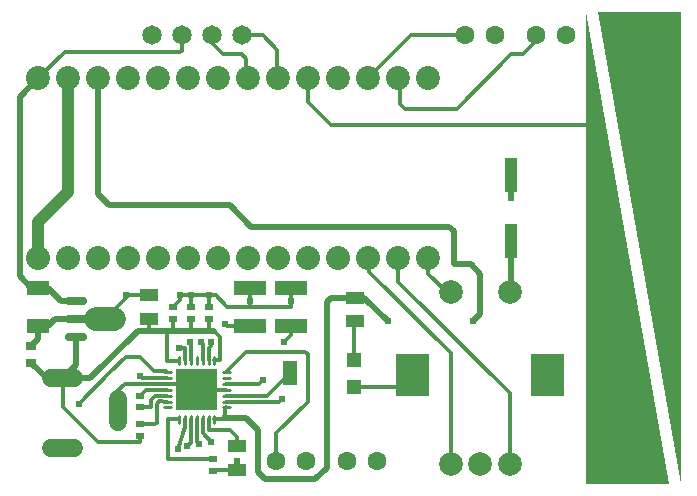
<source format=gtl>
G04 Layer: TopLayer*
G04 EasyEDA v6.4.25, 2021-11-25T17:10:39+00:00*
G04 af4d78e2c0a6465aa0e43a92e4f8f8c3,fa2b77c0ec1047208735ea1b46d97466,10*
G04 Gerber Generator version 0.2*
G04 Scale: 100 percent, Rotated: No, Reflected: No *
G04 Dimensions in millimeters *
G04 leading zeros omitted , absolute positions ,4 integer and 5 decimal *
%FSLAX45Y45*%
%MOMM*%

%ADD11C,1.0000*%
%ADD12C,0.5000*%
%ADD13C,0.3000*%
%ADD14C,2.0000*%
%ADD15C,0.7000*%
%ADD16C,0.2800*%
%ADD17C,0.6096*%
%ADD18R,1.0000X3.0000*%
%ADD19R,0.9000X0.8000*%
%ADD20R,1.5500X1.0000*%
%ADD21R,1.3005X1.3005*%
%ADD22R,1.3005X1.9990*%
%ADD23R,0.8000X0.5000*%
%ADD24C,1.5240*%
%ADD26R,2.7000X1.2000*%
%ADD27R,1.9000X1.2000*%
%ADD28C,1.6000*%
%ADD29C,2.0320*%
%ADD30C,2.0300*%
%ADD32C,1.6500*%
%ADD33C,1.5000*%

%LPD*%
G36*
X4999990Y4100017D02*
G01*
X5700014Y100025D01*
X5700014Y4100017D01*
G37*
G36*
X4900015Y4100017D02*
G01*
X4900015Y100025D01*
X5599988Y100025D01*
G37*
D11*
X511047Y3534918D02*
G01*
X511047Y2570987D01*
X257047Y2316987D01*
X257047Y2010918D01*
D12*
X4260001Y2159990D02*
G01*
X4260001Y1735114D01*
X4249927Y1725040D01*
X4260011Y2520010D02*
G01*
X4260011Y2720002D01*
X4260006Y2720007D01*
D13*
X1750060Y1150112D02*
G01*
X1800097Y1150112D01*
X1800097Y1350010D01*
X1750060Y1400047D01*
X1350010Y1050036D02*
G01*
X1340104Y1059942D01*
X1240028Y1059942D01*
X1119886Y1180084D01*
X999997Y1180084D01*
X868934Y1049020D01*
X868934Y1049020D02*
G01*
X599998Y780087D01*
X599998Y780008D01*
X2400045Y1599945D02*
G01*
X2400045Y1649984D01*
X1460002Y1700001D02*
G01*
X1549999Y1699999D01*
X2543047Y3534918D02*
G01*
X2543047Y3337052D01*
X2740152Y3139947D01*
X4979924Y3139947D01*
X4979924Y3040126D01*
D12*
X260095Y1759965D02*
G01*
X199897Y1759965D01*
X100076Y1860042D01*
X100076Y3377945D01*
X257047Y3534918D01*
D13*
X2050034Y1649984D02*
G01*
X2048509Y1599945D01*
X1700021Y1700021D02*
G01*
X1759965Y1700021D01*
X1860042Y1599945D01*
X2400045Y1599945D01*
X1549999Y1699999D02*
G01*
X1699999Y1699999D01*
X2940001Y1480002D02*
G01*
X2934322Y1474322D01*
X2934322Y1154300D01*
X3430023Y1025019D02*
G01*
X3330704Y925700D01*
X2934322Y925700D01*
X257047Y3534918D02*
G01*
X482092Y3759962D01*
X1459999Y3760002D01*
X1472945Y3767073D01*
X1472945Y3900170D01*
X2034997Y3534994D02*
G01*
X2020001Y3549990D01*
X2020001Y3700002D01*
X1980001Y3740002D01*
X1820001Y3740002D01*
X1726996Y3833007D01*
X1726996Y3900119D01*
X2288997Y3534994D02*
G01*
X2280000Y3543990D01*
X2280000Y3780002D01*
X2159883Y3900119D01*
X1980996Y3900119D01*
X5400040Y3839971D02*
G01*
X5400040Y3999992D01*
X3304997Y3534994D02*
G01*
X3320000Y3519990D01*
X3320000Y3320000D01*
X3360000Y3280001D01*
X3800002Y3280001D01*
X4260004Y3740002D01*
X4360001Y3740002D01*
X4472990Y3852992D01*
X4472990Y3899992D01*
X3050997Y3534994D02*
G01*
X3415995Y3899992D01*
X3872991Y3899992D01*
X3559047Y2010918D02*
G01*
X3559047Y1881123D01*
X3715004Y1725168D01*
X3750056Y1725168D01*
X3051047Y2010918D02*
G01*
X3059938Y2002028D01*
X3059938Y1899920D01*
X3750056Y1210055D01*
X3750056Y275081D01*
X3304997Y2010994D02*
G01*
X3304997Y1815005D01*
X4249935Y870066D01*
X4249935Y274957D01*
X1939998Y219986D02*
G01*
X1940001Y219989D01*
X1940001Y299999D01*
X1739999Y210009D02*
G01*
X1749978Y219989D01*
X1940001Y219989D01*
X1499870Y649986D02*
G01*
X1500002Y580001D01*
X1439926Y400050D01*
X1850003Y799937D02*
G01*
X2299936Y799937D01*
X2320000Y820000D01*
X1850003Y950051D02*
G01*
X2130051Y950051D01*
X2160000Y980000D01*
X1850003Y1050127D02*
G01*
X2019876Y1220000D01*
X2520002Y1220000D01*
X2540002Y1200000D01*
X2540002Y800000D01*
X2272992Y532991D01*
X2272992Y299996D01*
X1850003Y849975D02*
G01*
X2195657Y849975D01*
X2385682Y1040000D01*
X1880107Y560070D02*
G01*
X1940001Y500179D01*
X1940001Y419988D01*
X1650029Y650001D02*
G01*
X1650029Y529970D01*
X1720001Y459999D01*
X1700021Y649986D02*
G01*
X1701292Y560070D01*
X1880107Y560070D01*
X1449834Y649988D02*
G01*
X1359915Y649988D01*
X1359915Y310006D01*
X1740001Y310006D01*
X1599989Y650001D02*
G01*
X1599989Y460027D01*
X1620012Y440004D01*
X1549951Y650001D02*
G01*
X1549951Y449927D01*
X1520012Y419988D01*
X1119886Y510031D02*
G01*
X1119886Y459994D01*
X759968Y459994D01*
X465073Y754887D01*
X465073Y994918D01*
X1279905Y800100D02*
G01*
X1260000Y780194D01*
X1260000Y620001D01*
X1250000Y610001D01*
X1120000Y610001D01*
X1350010Y849884D02*
G01*
X1249934Y849884D01*
X1210055Y810005D01*
X1210055Y750062D01*
X1119886Y750062D01*
X1350010Y799845D02*
G01*
X1279905Y800100D01*
X1350004Y900013D02*
G01*
X1170012Y900013D01*
X1120000Y850000D01*
X1329944Y799845D02*
G01*
X1350010Y799845D01*
X1350004Y950051D02*
G01*
X1549953Y950051D01*
X1599991Y900013D01*
X1350007Y1000086D02*
G01*
X1139913Y1000086D01*
X1120012Y1019987D01*
X1849120Y899668D02*
G01*
X1599945Y899921D01*
X1840001Y1459999D02*
G01*
X1860011Y1439989D01*
X2050006Y1439989D01*
X2340000Y1299999D02*
G01*
X2400000Y1359999D01*
X2400000Y1440004D01*
X1549951Y1150000D02*
G01*
X1549951Y1290048D01*
X1540002Y1299997D01*
X1650032Y1150000D02*
G01*
X1650032Y1289966D01*
X1640001Y1299997D01*
X1700019Y1249934D02*
G01*
X1720011Y1269923D01*
X1720011Y1299997D01*
X1350004Y950051D02*
G01*
X990051Y950051D01*
X935014Y895014D01*
X935014Y724989D01*
X1700021Y1150112D02*
G01*
X1700021Y1249934D01*
X1499870Y1150112D02*
G01*
X1499870Y1249934D01*
X1450086Y1249934D01*
X824969Y1499999D02*
G01*
X1000000Y1675030D01*
X1000000Y1699999D01*
X1200000Y1699999D02*
G01*
X1000000Y1699999D01*
X2400000Y1759993D02*
G01*
X2400000Y1649999D01*
X2050034Y1759965D02*
G01*
X2050034Y1649984D01*
X1699999Y1599999D02*
G01*
X1699999Y1699999D01*
X1549999Y1599986D02*
G01*
X1549999Y1699999D01*
X1400002Y1600001D02*
G01*
X1459992Y1659991D01*
X1459992Y1699996D01*
X1449831Y1150112D02*
G01*
X1439926Y1139952D01*
X1349502Y1140460D01*
X1349502Y1400047D01*
X1200000Y1499999D02*
G01*
X1200000Y1399999D01*
X1699999Y1499999D02*
G01*
X1699999Y1399999D01*
X1549999Y1499986D02*
G01*
X1549999Y1399999D01*
X1399999Y1499999D02*
G01*
X1399999Y1399999D01*
D12*
X1750105Y1399999D02*
G01*
X1449877Y1399999D01*
X1449877Y1399999D02*
G01*
X1100000Y1399999D01*
X694992Y994991D01*
X465013Y994991D01*
X575035Y1650113D02*
G01*
X449882Y1650113D01*
X339979Y1760016D01*
X259994Y1760016D01*
X199999Y1269987D02*
G01*
X259994Y1329982D01*
X259994Y1440002D01*
X584939Y1500002D02*
G01*
X399999Y1500002D01*
X340001Y1440002D01*
X259994Y1440002D01*
X465013Y994991D02*
G01*
X575033Y1105011D01*
X575033Y1349885D01*
X199999Y1130010D02*
G01*
X335018Y994991D01*
X465013Y994991D01*
X764997Y3534994D02*
G01*
X764997Y2555003D01*
X860000Y2460000D01*
X1880001Y2460000D01*
X2060000Y2280000D01*
X3740002Y2280000D01*
X3219958Y1480057D02*
G01*
X3020059Y1679955D01*
X2940050Y1679955D01*
X3739895Y2279904D02*
G01*
X3780027Y2240026D01*
X3780027Y1960118D01*
X3919981Y1960118D01*
X3999991Y1880107D01*
X3999991Y1540002D01*
X3940047Y1480057D01*
D13*
X1850001Y749901D02*
G01*
X1840001Y739902D01*
X1840001Y659993D01*
X1849993Y650001D01*
X1850001Y650001D01*
X1750108Y650001D01*
D12*
X2939999Y1680001D02*
G01*
X2739999Y1680001D01*
X2700002Y1640004D01*
X2700002Y239996D01*
X2600002Y139997D01*
X2179998Y139997D01*
X2120005Y199994D01*
X2120005Y560003D01*
X2020016Y659993D01*
X1840001Y659993D01*
D14*
X749968Y1499996D02*
G01*
X899967Y1499996D01*
D15*
X514936Y1499996D02*
G01*
X654936Y1499996D01*
X515030Y1349882D02*
G01*
X635030Y1349882D01*
X515030Y1650111D02*
G01*
X635030Y1650111D01*
D16*
X1449882Y1181008D02*
G01*
X1449882Y1119009D01*
X1499920Y1181008D02*
G01*
X1499920Y1119009D01*
X1549958Y1181008D02*
G01*
X1549958Y1119009D01*
X1599996Y1181008D02*
G01*
X1599996Y1119009D01*
X1650034Y1181008D02*
G01*
X1650034Y1119009D01*
X1700072Y1181008D02*
G01*
X1700072Y1119009D01*
X1750110Y1181008D02*
G01*
X1750110Y1119009D01*
X1819010Y1050137D02*
G01*
X1881009Y1050137D01*
X1819010Y1000099D02*
G01*
X1881009Y1000099D01*
X1819010Y950061D02*
G01*
X1881009Y950061D01*
X1819010Y900023D02*
G01*
X1881009Y900023D01*
X1819010Y849985D02*
G01*
X1881009Y849985D01*
X1819010Y799947D02*
G01*
X1881009Y799947D01*
X1819010Y749909D02*
G01*
X1881009Y749909D01*
X1750110Y681009D02*
G01*
X1750110Y619010D01*
X1700072Y681009D02*
G01*
X1700072Y619010D01*
X1650034Y681009D02*
G01*
X1650034Y619010D01*
X1599996Y681009D02*
G01*
X1599996Y619010D01*
X1549958Y681009D02*
G01*
X1549958Y619010D01*
X1499920Y681009D02*
G01*
X1499920Y619010D01*
X1449882Y681009D02*
G01*
X1449882Y619010D01*
X1319011Y749909D02*
G01*
X1381010Y749909D01*
X1319011Y799947D02*
G01*
X1381010Y799947D01*
X1319011Y849985D02*
G01*
X1381010Y849985D01*
X1319011Y900023D02*
G01*
X1381010Y900023D01*
X1319011Y950061D02*
G01*
X1381010Y950061D01*
X1319011Y1000099D02*
G01*
X1381010Y1000099D01*
X1319011Y1050137D02*
G01*
X1381010Y1050137D01*
D18*
G01*
X4260011Y2720009D03*
G01*
X4260011Y2159990D03*
D19*
G01*
X199999Y1270000D03*
G01*
X199999Y1129995D03*
D20*
G01*
X1940001Y419988D03*
G01*
X1940001Y219989D03*
D21*
G01*
X2934309Y1154303D03*
G01*
X2934309Y925703D03*
D22*
G01*
X2385669Y1040003D03*
D20*
G01*
X2939999Y1680006D03*
G01*
X2939999Y1480007D03*
D23*
G01*
X1740001Y210007D03*
G01*
X1740001Y310006D03*
D24*
G01*
X5200015Y199999D03*
G01*
X5400014Y3999992D03*
G36*
X1424993Y1075021D02*
G01*
X1774995Y1075021D01*
X1774995Y725020D01*
X1424993Y725020D01*
G37*
D23*
G01*
X1549984Y1599996D03*
G01*
X1549984Y1499996D03*
D26*
G01*
X2399995Y1760016D03*
G01*
X2399995Y1440002D03*
G01*
X2050008Y1760016D03*
G01*
X2050008Y1440002D03*
D20*
G01*
X1199997Y1699996D03*
G01*
X1199997Y1499996D03*
D27*
G01*
X259994Y1440002D03*
G01*
X259994Y1760016D03*
D23*
G01*
X1120012Y510006D03*
G01*
X1120012Y610006D03*
G01*
X1120012Y750011D03*
G01*
X1120012Y850011D03*
G01*
X1399997Y1599996D03*
G01*
X1399997Y1499996D03*
G01*
X1699996Y1599996D03*
G01*
X1699996Y1499996D03*
D28*
G01*
X2872993Y299973D03*
G01*
X3126993Y299973D03*
G01*
X2273045Y299973D03*
G01*
X2527045Y299973D03*
G01*
X4472940Y3899915D03*
G01*
X4726940Y3899915D03*
G01*
X3872991Y3899915D03*
G01*
X4126991Y3899915D03*
D29*
G01*
X257047Y2010918D03*
G01*
X511047Y2010918D03*
G01*
X765047Y2010918D03*
G01*
X1019047Y2010918D03*
G01*
X1273047Y2010918D03*
G01*
X1527047Y2010918D03*
G01*
X1781047Y2010918D03*
G01*
X2035047Y2010918D03*
G01*
X2289047Y2010918D03*
G01*
X2543047Y2010918D03*
G01*
X2797047Y2010918D03*
G01*
X3051047Y2010918D03*
D30*
G01*
X3305047Y2010918D03*
G01*
X3559047Y2010918D03*
G01*
X3559047Y3534918D03*
G01*
X3305047Y3534918D03*
G01*
X3051047Y3534918D03*
G01*
X2797047Y3534918D03*
G01*
X2543047Y3534918D03*
G01*
X2289047Y3534918D03*
G01*
X2035047Y3534918D03*
G01*
X1781047Y3534918D03*
G01*
X1527047Y3534918D03*
G01*
X1273047Y3534918D03*
G01*
X1019047Y3534918D03*
G01*
X765047Y3534918D03*
G01*
X511047Y3534918D03*
G01*
X257047Y3534918D03*
G36*
X3290069Y1205105D02*
G01*
X3569977Y1205105D01*
X3569977Y844933D01*
X3290069Y844933D01*
G37*
G36*
X4430021Y1205105D02*
G01*
X4709929Y1205105D01*
X4709929Y844933D01*
X4430021Y844933D01*
G37*
D14*
G01*
X3750056Y1725040D03*
G01*
X4249927Y1725040D03*
G01*
X3750056Y274954D03*
G01*
X3999991Y274954D03*
G01*
X4249927Y274954D03*
D32*
G01*
X1980996Y3900119D03*
G01*
X1726996Y3900119D03*
G01*
X1472996Y3900119D03*
G01*
X1218996Y3899865D03*
D17*
G01*
X4260011Y2520010D03*
G01*
X1940001Y299999D03*
G01*
X2320010Y819988D03*
G01*
X2159990Y980008D03*
G01*
X1720011Y459994D03*
G01*
X1620012Y440004D03*
G01*
X1520012Y419988D03*
G01*
X1120012Y1019987D03*
G01*
X1699996Y799998D03*
G01*
X1599996Y799998D03*
G01*
X1499996Y799998D03*
G01*
X1499996Y899998D03*
G01*
X1699996Y899998D03*
G01*
X1699996Y999997D03*
G01*
X1599996Y999997D03*
G01*
X1499996Y999997D03*
G01*
X1599996Y900023D03*
G01*
X599998Y780008D03*
G01*
X1840001Y1459992D03*
G01*
X2340000Y1299997D03*
G01*
X1640001Y1299997D03*
G01*
X1540002Y1299997D03*
G01*
X1720011Y1299997D03*
G01*
X2399995Y1650009D03*
G01*
X2050034Y1649984D03*
G01*
X1699996Y1699996D03*
G01*
X1550009Y1699996D03*
G01*
X1459992Y1699996D03*
G01*
X999997Y1699996D03*
G01*
X824966Y1499996D03*
G01*
X1450086Y1249934D03*
G01*
X5400014Y3839997D03*
G01*
X1440002Y399999D03*
G01*
X3939997Y1480007D03*
G01*
X3220008Y1480007D03*
G01*
X1840001Y659993D03*
D33*
X365023Y405003D02*
G01*
X565022Y405003D01*
X935024Y624992D02*
G01*
X935024Y824992D01*
X365023Y994994D02*
G01*
X565022Y994994D01*
M02*

</source>
